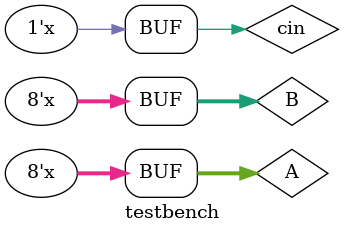
<source format=v>
`timescale 1ns / 1ps


module testbench();
reg [0:7] A;
reg [0:7] B;
reg cin;
wire cout;
wire [0:7] S;
wire cout1;
wire [0:7] S1;
wire w[0:8];
CLA m1(A,B,S,cin,cout);
adder m2(A,B,S1,cin,cout1);
assign w[0]=~(cout^cout1);
assign w[1]=~(S[0]^S1[0]);
assign w[2]=~(S[1]^S1[1]);
assign w[3]=~(S[2]^S1[2]);
assign w[4]=~(S[3]^S1[3]);
assign w[5]=~(S[4]^S1[4]);
assign w[6]=~(S[5]^S1[5]);
assign w[7]=~(S[6]^S1[6]);
assign w[8]=~(S[7]^S1[7]);

initial
begin
cin=0;
A=8'b00000000;
B=8'b00000000;
end

always #10 {A,B,cin}={A,B,cin}+1;

endmodule

</source>
